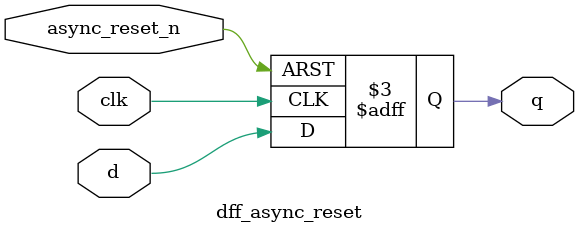
<source format=v>
module reset_manager(
    input  wire clk,           // Clock input
    input  wire async_reset_n,  // Asynchronous reset input (active low)
    output wire sync_reset_n    // Synchronous reset output (active low)
);

    // Internal signals for the flip-flop outputs
    wire reset_ff1;
    wire reset_ff2;

    // Instantiate two flip-flops for synchronization
    dff_async_reset u_ff1 (
        .clk(clk),
        .async_reset_n(async_reset_n),
        .d(1'b1),              // Propagate '1' through the flip-flops
        .q(reset_ff1)
    );

    dff_async_reset u_ff2 (
        .clk(clk),
        .async_reset_n(async_reset_n),
        .d(reset_ff1),
        .q(reset_ff2)
    );

    // Output the synchronized reset signal (active low)
    assign sync_reset_n = reset_ff2;

endmodule


module dff_async_reset (
    input  wire clk,          // Clock input
    input  wire async_reset_n, // Asynchronous reset input (active low)
    input  wire d,            // Data input
    output reg  q             // Data output
);

    always @(posedge clk or negedge async_reset_n) begin
        if (!async_reset_n) begin
            q <= 1'b0;        // Asynchronous reset (active low)
        end else begin
            q <= d;           // Normal operation
        end
    end

endmodule
</source>
